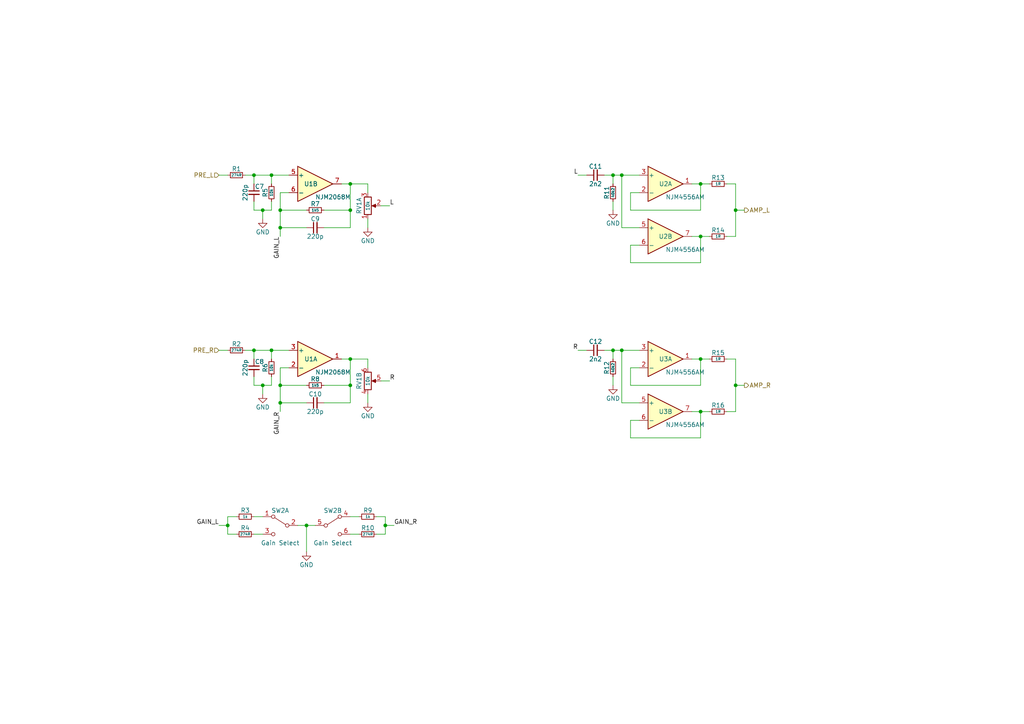
<source format=kicad_sch>
(kicad_sch (version 20211123) (generator eeschema)
  (paper "A4")
  (title_block (title "Headphone Amplifier + 24-bit -120dBm DAC") (rev "R2") (company "Rachel Mant") (comment 1 "Final Amp") (comment 2 "Volume Control") (comment 3 "Gain Control") (comment 4 "Preamp"))
  (lib_symbols
    (symbol "Amplifier_Operational:NJM4556A" (pin_names (offset 0.127))
      (property "Reference" "U" (at 0 5.08 0))
      (property "Value" "NJM4556A" (at 0 -5.08 0))
      (symbol "NJM4556A_1_1"
        (polyline (pts (xy -5.08 5.08) (xy 5.08 0) (xy -5.08 -5.08) (xy -5.08 5.08)) (stroke (width 0.254)) (fill (type background)))
        (pin output line (at 7.62 0 180) (length 2.54) (name "~") (number "1"))
        (pin input line (at -7.62 -2.54 0) (length 2.54) (name "-") (number "2"))
        (pin input line (at -7.62 2.54 0) (length 2.54) (name "+") (number "3"))
      )
      (symbol "NJM4556A_2_1"
        (polyline (pts (xy -5.08 5.08) (xy 5.08 0) (xy -5.08 -5.08) (xy -5.08 5.08)) (stroke (width 0.254)) (fill (type background)))
        (pin input line (at -7.62 2.54 0) (length 2.54) (name "+") (number "5"))
        (pin input line (at -7.62 -2.54 0) (length 2.54) (name "-") (number "6"))
        (pin output line (at 7.62 0 180) (length 2.54) (name "~") (number "7"))
      )
      (symbol "NJM4556A_3_1"
        (pin power_in line (at -2.54 -7.62 90) (length 3.81) (name "V-") (number "4"))
        (pin power_in line (at -2.54 7.62 270) (length 3.81) (name "V+") (number "8"))
      )
    )
    (symbol "DX-MON:NJM2068" (pin_names (offset 0.127))
      (property "Reference" "U" (at 0 5.08 0))
      (property "Value" "NJM2068" (at 0 -5.08 0))
      (symbol "NJM2068_1_1"
        (polyline (pts (xy -5.08 5.08) (xy 5.08 0) (xy -5.08 -5.08) (xy -5.08 5.08)) (stroke (width 0.254)) (fill (type background)))
        (pin output line (at 7.62 0 180) (length 2.54) (name "~") (number "1"))
        (pin input line (at -7.62 -2.54 0) (length 2.54) (name "-") (number "2"))
        (pin input line (at -7.62 2.54 0) (length 2.54) (name "+") (number "3"))
      )
      (symbol "NJM2068_2_1"
        (polyline (pts (xy -5.08 5.08) (xy 5.08 0) (xy -5.08 -5.08) (xy -5.08 5.08)) (stroke (width 0.254)) (fill (type background)))
        (pin input line (at -7.62 2.54 0) (length 2.54) (name "+") (number "5"))
        (pin input line (at -7.62 -2.54 0) (length 2.54) (name "-") (number "6"))
        (pin output line (at 7.62 0 180) (length 2.54) (name "~") (number "7"))
      )
      (symbol "NJM2068_3_1"
        (pin power_in line (at -2.54 -7.62 90) (length 3.81) (name "V-") (number "4"))
        (pin power_in line (at -2.54 7.62 270) (length 3.81) (name "V+") (number "8"))
      )
    )
    (symbol "Device:C_Small" (pin_numbers hide) (pin_names (offset 0.254) hide)
      (property "Reference" "C" (at 0.254 1.778 0))
      (property "Value" "C_Small" (at 0.254 -2.032 0))
      (symbol "C_Small_0_1"
        (polyline (pts (xy -1.524 -0.508) (xy 1.524 -0.508)) (stroke (width 0.3302)))
        (polyline (pts (xy -1.524 0.508) (xy 1.524 0.508)) (stroke (width 0.3048)))
      )
      (symbol "C_Small_1_1"
        (pin passive line (at 0 2.54 270) (length 2.032) (name "~") (number "1"))
        (pin passive line (at 0 -2.54 90) (length 2.032) (name "~") (number "2"))
      )
    )
    (symbol "Device:R_Potentiometer_Dual_Separate" (pin_names (offset 1.016) hide)
      (property "Reference" "RV" (at -4.445 0 90))
      (property "Value" "R_Potentiometer_Dual_Separate" (at -2.54 0 90))
      (symbol "R_Potentiometer_Dual_Separate_0_1"
        (polyline (pts (xy 2.54 0) (xy 1.524 0)))
        (polyline (pts (xy 1.143 0) (xy 2.286 0.508) (xy 2.286 -0.508) (xy 1.143 0)) (fill (type outline)))
        (rectangle (start 1.016 2.54) (end -1.016 -2.54) (stroke (width 0.254)))
      )
      (symbol "R_Potentiometer_Dual_Separate_1_1"
        (pin passive line (at 0 3.81 270) (length 1.27) (name "1") (number "1"))
        (pin passive line (at 3.81 0 180) (length 1.27) (name "2") (number "2"))
        (pin passive line (at 0 -3.81 90) (length 1.27) (name "3") (number "3"))
      )
      (symbol "R_Potentiometer_Dual_Separate_2_1"
        (pin passive line (at 0 3.81 270) (length 1.27) (name "4") (number "4"))
        (pin passive line (at 3.81 0 180) (length 1.27) (name "5") (number "5"))
        (pin passive line (at 0 -3.81 90) (length 1.27) (name "6") (number "6"))
      )
    )
    (symbol "Device:R_Small" (pin_numbers hide) (pin_names (offset 0.254) hide)
      (property "Reference" "R" (at 0.762 0.508 0))
      (property "Value" "R_Small" (at 0.762 -1.016 0))
      (symbol "R_Small_0_1"
        (rectangle (start -0.762 1.778) (end 0.762 -1.778) (stroke (width 0.2032)))
      )
      (symbol "R_Small_1_1"
        (pin passive line (at 0 2.54 270) (length 0.762) (name "~") (number "1"))
        (pin passive line (at 0 -2.54 90) (length 0.762) (name "~") (number "2"))
      )
    )
    (symbol "Switch:SW_DPDT_x2" (pin_names (offset 0) hide)
      (property "Reference" "SW" (at 0 4.318 0))
      (property "Value" "SW_DPDT_x2" (at 0 -5.08 0))
      (symbol "SW_DPDT_x2_0_0"
        (circle (center -2.032 0) (radius 0.508))
        (circle (center 2.032 -2.54) (radius 0.508))
      )
      (symbol "SW_DPDT_x2_0_1"
        (polyline (pts (xy -1.524 0.254) (xy 1.651 2.286)))
        (circle (center 2.032 2.54) (radius 0.508))
      )
      (symbol "SW_DPDT_x2_1_1"
        (pin passive line (at 5.08 2.54 180) (length 2.54) (name "A") (number "1"))
        (pin passive line (at -5.08 0 0) (length 2.54) (name "B") (number "2"))
        (pin passive line (at 5.08 -2.54 180) (length 2.54) (name "C") (number "3"))
      )
      (symbol "SW_DPDT_x2_2_1"
        (pin passive line (at 5.08 2.54 180) (length 2.54) (name "A") (number "4"))
        (pin passive line (at -5.08 0 0) (length 2.54) (name "B") (number "5"))
        (pin passive line (at 5.08 -2.54 180) (length 2.54) (name "C") (number "6"))
      )
    )
    (symbol "power:GND" (power) (pin_names (offset 0))
      (property "Value" "GND" (at 0 -3.81 0))
      (symbol "GND_0_1"
        (polyline (pts (xy 0 0) (xy 0 -1.27) (xy 1.27 -1.27) (xy 0 -2.54) (xy -1.27 -1.27) (xy 0 -1.27)))
      )
      (symbol "GND_1_1"
        (pin power_in line (at 0 0 270) (length 0) hide (name "GND") (number "1"))
      )
    )
  )
  (junction (at 180.34 101.6))
  (junction (at 203.2 53.34))
  (junction (at 101.6 111.76))
  (junction (at 66.04 152.4))
  (junction (at 111.76 152.4))
  (junction (at 203.2 68.58))
  (junction (at 101.6 104.14))
  (junction (at 81.28 66.04))
  (junction (at 177.8 50.8))
  (junction (at 180.34 50.8))
  (junction (at 81.28 116.84))
  (junction (at 73.66 101.6))
  (junction (at 203.2 119.38))
  (junction (at 101.6 53.34))
  (junction (at 101.6 60.96))
  (junction (at 213.36 111.76))
  (junction (at 78.74 101.6))
  (junction (at 73.66 50.8))
  (junction (at 78.74 50.8))
  (junction (at 81.28 60.96))
  (junction (at 213.36 60.96))
  (junction (at 76.2 111.76))
  (junction (at 88.9 152.4))
  (junction (at 76.2 60.96))
  (junction (at 81.28 111.76))
  (junction (at 177.8 101.6))
  (junction (at 203.2 104.14))
  (wire (pts (xy 203.2 119.38) (xy 203.2 127)))
  (wire (pts (xy 106.68 53.34) (xy 101.6 53.34)))
  (wire (pts (xy 182.88 127) (xy 182.88 121.92)))
  (wire (pts (xy 83.82 50.8) (xy 78.74 50.8)))
  (wire (pts (xy 182.88 71.12) (xy 182.88 76.2)))
  (wire (pts (xy 182.88 121.92) (xy 185.42 121.92)))
  (wire (pts (xy 101.6 66.04) (xy 101.6 60.96)))
  (wire (pts (xy 78.74 101.6) (xy 83.82 101.6)))
  (wire (pts (xy 205.74 104.14) (xy 203.2 104.14)))
  (wire (pts (xy 101.6 60.96) (xy 93.98 60.96)))
  (wire (pts (xy 167.64 50.8) (xy 170.18 50.8)))
  (wire (pts (xy 182.88 111.76) (xy 203.2 111.76)))
  (wire (pts (xy 111.76 149.86) (xy 111.76 152.4)))
  (wire (pts (xy 177.8 109.22) (xy 177.8 111.76)))
  (wire (pts (xy 167.64 101.6) (xy 170.18 101.6)))
  (wire (pts (xy 185.42 71.12) (xy 182.88 71.12)))
  (wire (pts (xy 78.74 60.96) (xy 76.2 60.96)))
  (wire (pts (xy 88.9 152.4) (xy 91.44 152.4)))
  (wire (pts (xy 175.26 101.6) (xy 177.8 101.6)))
  (wire (pts (xy 73.66 104.14) (xy 73.66 101.6)))
  (wire (pts (xy 76.2 60.96) (xy 76.2 63.5)))
  (wire (pts (xy 177.8 58.42) (xy 177.8 60.96)))
  (wire (pts (xy 88.9 111.76) (xy 81.28 111.76)))
  (wire (pts (xy 73.66 58.42) (xy 73.66 60.96)))
  (wire (pts (xy 215.9 111.76) (xy 213.36 111.76)))
  (wire (pts (xy 106.68 116.84) (xy 106.68 114.3)))
  (wire (pts (xy 213.36 53.34) (xy 213.36 60.96)))
  (wire (pts (xy 73.66 60.96) (xy 76.2 60.96)))
  (wire (pts (xy 203.2 53.34) (xy 200.66 53.34)))
  (wire (pts (xy 68.58 154.94) (xy 66.04 154.94)))
  (wire (pts (xy 200.66 119.38) (xy 203.2 119.38)))
  (wire (pts (xy 104.14 149.86) (xy 101.6 149.86)))
  (wire (pts (xy 210.82 53.34) (xy 213.36 53.34)))
  (wire (pts (xy 185.42 55.88) (xy 182.88 55.88)))
  (wire (pts (xy 203.2 127) (xy 182.88 127)))
  (wire (pts (xy 177.8 53.34) (xy 177.8 50.8)))
  (wire (pts (xy 81.28 60.96) (xy 88.9 60.96)))
  (wire (pts (xy 177.8 101.6) (xy 180.34 101.6)))
  (wire (pts (xy 213.36 111.76) (xy 213.36 104.14)))
  (wire (pts (xy 203.2 68.58) (xy 200.66 68.58)))
  (wire (pts (xy 66.04 50.8) (xy 63.5 50.8)))
  (wire (pts (xy 106.68 66.04) (xy 106.68 63.5)))
  (wire (pts (xy 111.76 154.94) (xy 111.76 152.4)))
  (wire (pts (xy 213.36 104.14) (xy 210.82 104.14)))
  (wire (pts (xy 66.04 154.94) (xy 66.04 152.4)))
  (wire (pts (xy 213.36 60.96) (xy 215.9 60.96)))
  (wire (pts (xy 73.66 53.34) (xy 73.66 50.8)))
  (wire (pts (xy 182.88 76.2) (xy 203.2 76.2)))
  (wire (pts (xy 78.74 111.76) (xy 78.74 109.22)))
  (wire (pts (xy 109.22 154.94) (xy 111.76 154.94)))
  (wire (pts (xy 203.2 104.14) (xy 200.66 104.14)))
  (wire (pts (xy 78.74 104.14) (xy 78.74 101.6)))
  (wire (pts (xy 180.34 66.04) (xy 185.42 66.04)))
  (wire (pts (xy 101.6 116.84) (xy 101.6 111.76)))
  (wire (pts (xy 101.6 104.14) (xy 106.68 104.14)))
  (wire (pts (xy 93.98 66.04) (xy 101.6 66.04)))
  (wire (pts (xy 180.34 116.84) (xy 185.42 116.84)))
  (wire (pts (xy 203.2 111.76) (xy 203.2 104.14)))
  (wire (pts (xy 73.66 111.76) (xy 76.2 111.76)))
  (wire (pts (xy 88.9 160.02) (xy 88.9 152.4)))
  (wire (pts (xy 76.2 154.94) (xy 73.66 154.94)))
  (wire (pts (xy 81.28 116.84) (xy 81.28 119.38)))
  (wire (pts (xy 76.2 111.76) (xy 78.74 111.76)))
  (wire (pts (xy 106.68 104.14) (xy 106.68 106.68)))
  (wire (pts (xy 205.74 119.38) (xy 203.2 119.38)))
  (wire (pts (xy 182.88 106.68) (xy 182.88 111.76)))
  (wire (pts (xy 213.36 68.58) (xy 213.36 60.96)))
  (wire (pts (xy 86.36 152.4) (xy 88.9 152.4)))
  (wire (pts (xy 71.12 101.6) (xy 73.66 101.6)))
  (wire (pts (xy 106.68 55.88) (xy 106.68 53.34)))
  (wire (pts (xy 81.28 106.68) (xy 81.28 111.76)))
  (wire (pts (xy 99.06 53.34) (xy 101.6 53.34)))
  (wire (pts (xy 71.12 50.8) (xy 73.66 50.8)))
  (wire (pts (xy 213.36 119.38) (xy 213.36 111.76)))
  (wire (pts (xy 180.34 101.6) (xy 180.34 116.84)))
  (wire (pts (xy 78.74 58.42) (xy 78.74 60.96)))
  (wire (pts (xy 68.58 149.86) (xy 66.04 149.86)))
  (wire (pts (xy 110.49 110.49) (xy 113.03 110.49)))
  (wire (pts (xy 66.04 149.86) (xy 66.04 152.4)))
  (wire (pts (xy 113.03 59.69) (xy 110.49 59.69)))
  (wire (pts (xy 73.66 149.86) (xy 76.2 149.86)))
  (wire (pts (xy 101.6 154.94) (xy 104.14 154.94)))
  (wire (pts (xy 185.42 101.6) (xy 180.34 101.6)))
  (wire (pts (xy 83.82 55.88) (xy 81.28 55.88)))
  (wire (pts (xy 101.6 111.76) (xy 101.6 104.14)))
  (wire (pts (xy 81.28 66.04) (xy 88.9 66.04)))
  (wire (pts (xy 93.98 111.76) (xy 101.6 111.76)))
  (wire (pts (xy 78.74 50.8) (xy 78.74 53.34)))
  (wire (pts (xy 73.66 50.8) (xy 78.74 50.8)))
  (wire (pts (xy 210.82 119.38) (xy 213.36 119.38)))
  (wire (pts (xy 81.28 111.76) (xy 81.28 116.84)))
  (wire (pts (xy 205.74 53.34) (xy 203.2 53.34)))
  (wire (pts (xy 185.42 106.68) (xy 182.88 106.68)))
  (wire (pts (xy 66.04 152.4) (xy 63.5 152.4)))
  (wire (pts (xy 203.2 76.2) (xy 203.2 68.58)))
  (wire (pts (xy 111.76 152.4) (xy 114.3 152.4)))
  (wire (pts (xy 73.66 101.6) (xy 78.74 101.6)))
  (wire (pts (xy 66.04 101.6) (xy 63.5 101.6)))
  (wire (pts (xy 81.28 66.04) (xy 81.28 60.96)))
  (wire (pts (xy 177.8 50.8) (xy 180.34 50.8)))
  (wire (pts (xy 203.2 60.96) (xy 203.2 53.34)))
  (wire (pts (xy 81.28 66.04) (xy 81.28 68.58)))
  (wire (pts (xy 205.74 68.58) (xy 203.2 68.58)))
  (wire (pts (xy 182.88 55.88) (xy 182.88 60.96)))
  (wire (pts (xy 93.98 116.84) (xy 101.6 116.84)))
  (wire (pts (xy 76.2 114.3) (xy 76.2 111.76)))
  (wire (pts (xy 185.42 50.8) (xy 180.34 50.8)))
  (wire (pts (xy 210.82 68.58) (xy 213.36 68.58)))
  (wire (pts (xy 109.22 149.86) (xy 111.76 149.86)))
  (wire (pts (xy 81.28 55.88) (xy 81.28 60.96)))
  (wire (pts (xy 83.82 106.68) (xy 81.28 106.68)))
  (wire (pts (xy 99.06 104.14) (xy 101.6 104.14)))
  (wire (pts (xy 182.88 60.96) (xy 203.2 60.96)))
  (wire (pts (xy 73.66 109.22) (xy 73.66 111.76)))
  (wire (pts (xy 180.34 50.8) (xy 180.34 66.04)))
  (wire (pts (xy 175.26 50.8) (xy 177.8 50.8)))
  (wire (pts (xy 88.9 116.84) (xy 81.28 116.84)))
  (wire (pts (xy 177.8 104.14) (xy 177.8 101.6)))
  (wire (pts (xy 101.6 53.34) (xy 101.6 60.96)))
  (label "R" (at 113.03 110.49 0))
  (label "GAIN_L" (at 81.28 68.58 270))
  (label "L" (at 167.64 50.8 180))
  (label "GAIN_L" (at 63.5 152.4 180))
  (label "GAIN_R" (at 114.3 152.4 0))
  (label "GAIN_R" (at 81.28 119.38 270))
  (label "L" (at 113.03 59.69 0))
  (label "R" (at 167.64 101.6 180))
  (hierarchical_label "AMP_R" (shape output) (at 215.9 111.76 0))
  (hierarchical_label "PRE_R" (shape input) (at 63.5 101.6 180))
  (hierarchical_label "PRE_L" (shape input) (at 63.5 50.8 180))
  (hierarchical_label "AMP_L" (shape output) (at 215.9 60.96 0))
  (symbol (lib_id "Device:R_Small") (at 208.28 119.38 90) (unit 1)
    (property "Reference" "R16" (at 208.28 116.84 90) (effects (justify bottom)))
    (property "Value" "1R" (at 208.28 119.38 90) (effects (font (size 0.762 0.762))))
    (property "Footprint" "rhais_rcl:R1206" (effects hide))
    (property "Datasheet" "https://www.vishay.com/docs/28705/mcx0x0xpro.pdf" (effects hide))
    (property "MFR" "Vishay Beyschlag" (effects hide))
    (property "MPN" "MCA12060C1008FP500" (effects hide))
    (property "OC_DIGIKEY" "MCA1206-1.00-CFTRCT-ND" (effects hide))
    (property "OC_MOUSER" "594-MCA12060C1008FP5" (effects hide))
    (property "URL_DIGIKEY" "https://www.digikey.com/en/products/detail/vishay-beyschlag-draloric-bc-components/MCA12060C1008FP500/3883074" (effects hide))
    (property "URL_MOUSER" "https://www.mouser.com/ProductDetail/?qs=yrXGr4ju8cWrf2XoMCIAfQ%3D%3D" (effects hide))
  )
  (symbol (lib_id "power:GND") (at 76.2 114.3 0) (unit 1)
    (property "Reference" "#PWR024" (effects hide))
    (property "Value" "GND" (at 76.2 118.11 0))
  )
  (symbol (lib_id "Device:C_Small") (at 172.72 50.8 90) (unit 1)
    (property "Reference" "C11" (at 172.72 48.26 90))
    (property "Value" "2n2" (at 172.72 53.34 90))
    (property "Footprint" "rhais_rcl:C0603" (effects hide))
    (property "Datasheet" "https://industrial.panasonic.com/cdbs/www-data/pdf/RDI0000/ABD0000C173.pdf" (effects hide))
    (property "MFR" "Panasonic" (effects hide))
    (property "MPN" "ECH-U1C222GX5" (effects hide))
    (property "OC_DIGIKEY" "PCF1457CT-ND" (effects hide))
    (property "URL_DIGIKEY" "https://www.digikey.com/en/products/detail/panasonic-electronic-components/ECH-U1C222GX5/431635" (effects hide))
  )
  (symbol (lib_id "Device:R_Small") (at 106.68 154.94 90) (unit 1)
    (property "Reference" "R10" (at 106.68 152.4 90) (effects (justify bottom)))
    (property "Value" "274R" (at 106.68 154.94 90) (effects (font (size 0.762 0.762))))
    (property "Footprint" "rhais_rcl:R0603" (effects hide))
    (property "Datasheet" "https://www.koaspeer.com/pdfs/RN73H.pdf" (effects hide))
    (property "MFR" "KOA Speer" (effects hide))
    (property "MPN" "RN731JTTD2740B25" (effects hide))
    (property "URL_MOUSER" "https://www.mouser.com/ProductDetail/?qs=sGAEpiMZZMtlubZbdhIBINmdRLWvB3d0Dbkx3XwYuGw%3D" (effects hide))
    (property "OC_MOUSER" "660-RN731JTTD2740B25" (effects hide))
  )
  (symbol (lib_id "Amplifier_Operational:NJM4556A") (at 193.04 68.58 0) (unit 2)
    (property "Reference" "U2" (at 193.04 68.58 0))
    (property "Value" "NJM4556AM" (at 193.04 72.39 0) (effects (justify left)))
    (property "Footprint" "rhais_package-smd:SO-8_5.3x5.3mm_P1.27mm" (effects hide))
    (property "Datasheet" "http://www.njr.com/semicon/PDF/NJM4556A_E.pdf" (effects hide))
    (property "MFR" "New Japan Radio Co" (effects hide))
    (property "MPN" "NJM4556AM" (effects hide))
    (property "OC_DIGIKEY" "NJM4556AM-ND" (effects hide))
    (property "URL_DIGIKEY" "https://www.digikey.com/en/products/detail/NJM4556AM/NJM4556AM-ND/805743" (effects hide))
  )
  (symbol (lib_id "Device:R_Small") (at 71.12 154.94 90) (unit 1)
    (property "Reference" "R4" (at 71.12 152.4 90) (effects (justify bottom)))
    (property "Value" "274R" (at 71.12 154.94 90) (effects (font (size 0.762 0.762))))
    (property "Footprint" "rhais_rcl:R0603" (effects hide))
    (property "Datasheet" "https://www.koaspeer.com/pdfs/RN73H.pdf" (effects hide))
    (property "MFR" "KOA Speer" (effects hide))
    (property "MPN" "RN731JTTD2740B25" (effects hide))
    (property "URL_MOUSER" "https://www.mouser.com/ProductDetail/?qs=sGAEpiMZZMtlubZbdhIBINmdRLWvB3d0Dbkx3XwYuGw%3D" (effects hide))
    (property "OC_MOUSER" "660-RN731JTTD2740B25" (effects hide))
  )
  (symbol (lib_id "Device:R_Small") (at 68.58 101.6 90) (unit 1)
    (property "Reference" "R2" (at 68.58 99.06 90) (effects (justify bottom)))
    (property "Value" "274R" (at 68.58 101.6 90) (effects (font (size 0.762 0.762))))
    (property "Footprint" "rhais_rcl:R0603" (effects hide))
    (property "Datasheet" "https://www.koaspeer.com/pdfs/RN73H.pdf" (effects hide))
    (property "MFR" "KOA Speer" (effects hide))
    (property "MPN" "RN731JTTD2740B25" (effects hide))
    (property "URL_MOUSER" "https://www.mouser.com/ProductDetail/?qs=sGAEpiMZZMtlubZbdhIBINmdRLWvB3d0Dbkx3XwYuGw%3D" (effects hide))
    (property "OC_MOUSER" "660-RN731JTTD2740B25" (effects hide))
  )
  (symbol (lib_id "Device:R_Small") (at 208.28 68.58 90) (unit 1)
    (property "Reference" "R14" (at 208.28 66.04 90) (effects (justify bottom)))
    (property "Value" "1R" (at 208.28 68.58 90) (effects (font (size 0.762 0.762))))
    (property "Footprint" "rhais_rcl:R1206" (effects hide))
    (property "Datasheet" "https://www.vishay.com/docs/28705/mcx0x0xpro.pdf" (effects hide))
    (property "MFR" "Vishay Beyschlag" (effects hide))
    (property "MPN" "MCA12060C1008FP500" (effects hide))
    (property "OC_DIGIKEY" "MCA1206-1.00-CFTRCT-ND" (effects hide))
    (property "OC_MOUSER" "594-MCA12060C1008FP5" (effects hide))
    (property "URL_DIGIKEY" "https://www.digikey.com/en/products/detail/vishay-beyschlag-draloric-bc-components/MCA12060C1008FP500/3883074" (effects hide))
    (property "URL_MOUSER" "https://www.mouser.com/ProductDetail/?qs=yrXGr4ju8cWrf2XoMCIAfQ%3D%3D" (effects hide))
  )
  (symbol (lib_id "Switch:SW_DPDT_x2") (at 81.28 152.4 0) (mirror y) (unit 1)
    (property "Reference" "SW2" (at 81.28 148.082 0))
    (property "Value" "Gain Select" (at 81.28 157.48 0))
    (property "Footprint" "rhais_switch:PN2x-30EQ" (effects hide))
    (property "Datasheet" "https://www.ckswitches.com/media/1413/pn.pdf" (effects hide))
    (property "MFR" "C&K" (effects hide))
    (property "MPN" "PN22LENA03QE" (effects hide))
    (property "OC_FARNELL" "2435343" (effects hide))
    (property "URL_FARNELL" "https://uk.farnell.com/c-k-components/pn22lena03qe/switch-push-dpdt/dp/2435343" (effects hide))
    (property "OC_DIGIKEY" "CKN1193-ND" (effects hide))
    (property "URL_DIGIKEY" "https://www.digikey.com/en/products/detail/c-k/PN22LENA03QE/262660" (effects hide))
  )
  (symbol (lib_id "Device:R_Potentiometer_Dual_Separate") (at 106.68 59.69 0) (mirror x) (unit 1)
    (property "Reference" "RV1" (at 104.14 59.69 90))
    (property "Value" "10k" (at 106.68 59.69 90) (effects (font (size 1.016 1.016))))
    (property "Footprint" "rhais_bourns:PTD902" (effects hide))
    (property "Datasheet" "https://www.bourns.com/docs/product-datasheets/ptd90.pdf" (effects hide))
    (property "MFR" "Bourns" (effects hide))
    (property "MPN" "PTD902-2015F-A103" (effects hide))
    (property "OC_FARNELL" "2396034" (effects hide))
    (property "URL_FARNELL" "https://uk.farnell.com/bourns/ptd902-2015f-a103/pot-audio-10kohm-20-0-025w/dp/2396034" (effects hide))
    (property "OC_DIGIKEY" "PTD902-2015F-A103-ND" (effects hide))
    (property "URL_DIGIKEY" "https://www.digikey.com/en/products/detail/bourns-inc/PTD902-2015F-A103/3781023" (effects hide))
  )
  (symbol (lib_id "power:GND") (at 88.9 160.02 0) (unit 1)
    (property "Reference" "#PWR025" (effects hide))
    (property "Value" "GND" (at 88.9 163.83 0))
  )
  (symbol (lib_id "Device:R_Small") (at 78.74 55.88 180) (unit 1)
    (property "Reference" "R5" (at 76.2 55.88 90) (effects (justify bottom)))
    (property "Value" "10k" (at 78.74 55.88 90) (effects (font (size 0.762 0.762))))
    (property "Footprint" "rhais_rcl:R0603" (effects hide))
    (property "Datasheet" "https://www.koaspeer.com/pdfs/RN73H.pdf" (effects hide))
    (property "MFR" "KOA Speer" (effects hide))
    (property "MPN" "RN73H1JTTD1002B25" (effects hide))
    (property "OC_DIGIKEY" "2019-RN73H1JTTD1002B25CT-ND" (effects hide))
    (property "URL_DIGIKEY" "https://www.digikey.com/en/products/detail/koa-speer-electronics-inc/RN73H1JTTD1002B25/10687504" (effects hide))
  )
  (symbol (lib_id "power:GND") (at 76.2 63.5 0) (unit 1)
    (property "Reference" "#PWR023" (effects hide))
    (property "Value" "GND" (at 76.2 67.31 0))
  )
  (symbol (lib_id "Device:R_Small") (at 78.74 106.68 180) (unit 1)
    (property "Reference" "R6" (at 76.2 106.68 90) (effects (justify bottom)))
    (property "Value" "10k" (at 78.74 106.68 90) (effects (font (size 0.762 0.762))))
    (property "Footprint" "rhais_rcl:R0603" (effects hide))
    (property "Datasheet" "https://www.koaspeer.com/pdfs/RN73H.pdf" (effects hide))
    (property "MFR" "KOA Speer" (effects hide))
    (property "MPN" "RN73H1JTTD1002B25" (effects hide))
    (property "OC_DIGIKEY" "2019-RN73H1JTTD1002B25CT-ND" (effects hide))
    (property "URL_DIGIKEY" "https://www.digikey.com/en/products/detail/koa-speer-electronics-inc/RN73H1JTTD1002B25/10687504" (effects hide))
  )
  (symbol (lib_id "Amplifier_Operational:NJM4556A") (at 193.04 104.14 0) (unit 1)
    (property "Reference" "U3" (at 193.04 104.14 0))
    (property "Value" "NJM4556AM" (at 193.04 107.95 0) (effects (justify left)))
    (property "Footprint" "rhais_package-smd:SO-8_5.3x5.3mm_P1.27mm" (effects hide))
    (property "Datasheet" "http://www.njr.com/semicon/PDF/NJM4556A_E.pdf" (effects hide))
    (property "MFR" "New Japan Radio Co" (effects hide))
    (property "MPN" "NJM4556AM" (effects hide))
    (property "OC_DIGIKEY" "NJM4556AM-ND" (effects hide))
    (property "URL_DIGIKEY" "https://www.digikey.com/en/products/detail/NJM4556AM/NJM4556AM-ND/805743" (effects hide))
  )
  (symbol (lib_id "Device:R_Potentiometer_Dual_Separate") (at 106.68 110.49 0) (mirror x) (unit 2)
    (property "Reference" "RV1" (at 104.14 110.49 90))
    (property "Value" "10k" (at 106.68 110.49 90) (effects (font (size 1.016 1.016))))
    (property "Footprint" "rhais_bourns:PTD902" (effects hide))
    (property "Datasheet" "https://www.bourns.com/docs/product-datasheets/ptd90.pdf" (effects hide))
    (property "MFR" "Bourns" (effects hide))
    (property "MPN" "PTD902-2015F-A103" (effects hide))
    (property "OC_FARNELL" "2396034" (effects hide))
    (property "URL_FARNELL" "https://uk.farnell.com/bourns/ptd902-2015f-a103/pot-audio-10kohm-20-0-025w/dp/2396034" (effects hide))
    (property "OC_DIGIKEY" "PTD902-2015F-A103-ND" (effects hide))
    (property "URL_DIGIKEY" "https://www.digikey.com/en/products/detail/bourns-inc/PTD902-2015F-A103/3781023" (effects hide))
  )
  (symbol (lib_id "Device:R_Small") (at 177.8 106.68 180) (unit 1)
    (property "Reference" "R12" (at 175.26 106.68 90) (effects (justify bottom)))
    (property "Value" "40k2" (at 177.8 106.68 90) (effects (font (size 0.762 0.762))))
    (property "Footprint" "rhais_rcl:R0603" (effects hide))
    (property "Datasheet" "https://www.koaspeer.com/pdfs/RN73H.pdf" (effects hide))
    (property "MFR" "KOA Speer" (effects hide))
    (property "MPN" "RN73H1ETTP4022F25" (effects hide))
    (property "OC_DIGIKEY" "2019-RN73H1ETTP4022F25CT-ND" (effects hide))
    (property "URL_DIGIKEY" "https://www.digikey.com/en/products/detail/koa-speer-electronics-inc/RN73H1ETTP4022F25/9913846" (effects hide))
  )
  (symbol (lib_id "power:GND") (at 106.68 66.04 0) (unit 1)
    (property "Reference" "#PWR026" (effects hide))
    (property "Value" "GND" (at 106.68 69.85 0))
  )
  (symbol (lib_id "Device:C_Small") (at 73.66 55.88 0) (unit 1)
    (property "Reference" "C7" (at 73.914 54.102 0) (effects (justify left)))
    (property "Value" "220p" (at 71.12 55.88 90))
    (property "Footprint" "rhais_rcl:C0603" (effects hide))
    (property "Datasheet" "https://industrial.panasonic.com/cdbs/www-data/pdf/RDI0000/ABD0000C173.pdf" (effects hide))
    (property "MFR" "Panasonic" (effects hide))
    (property "MPN" "ECH-U1C221GX5" (effects hide))
    (property "OC_DIGIKEY" "PCF1445CT-ND" (effects hide))
    (property "URL_DIGIKEY" "https://www.digikey.com/en/products/detail/panasonic-electronic-components/ECH-U1C221GX5/431611" (effects hide))
  )
  (symbol (lib_id "power:GND") (at 106.68 116.84 0) (unit 1)
    (property "Reference" "#PWR027" (effects hide))
    (property "Value" "GND" (at 106.68 120.65 0))
  )
  (symbol (lib_id "Device:C_Small") (at 73.66 106.68 0) (unit 1)
    (property "Reference" "C8" (at 73.914 104.902 0) (effects (justify left)))
    (property "Value" "220p" (at 71.12 106.68 90))
    (property "Footprint" "rhais_rcl:C0603" (effects hide))
    (property "Datasheet" "https://industrial.panasonic.com/cdbs/www-data/pdf/RDI0000/ABD0000C173.pdf" (effects hide))
    (property "MFR" "Panasonic" (effects hide))
    (property "MPN" "ECH-U1C221GX5" (effects hide))
    (property "OC_DIGIKEY" "PCF1445CT-ND" (effects hide))
    (property "URL_DIGIKEY" "https://www.digikey.com/en/products/detail/panasonic-electronic-components/ECH-U1C221GX5/431611" (effects hide))
  )
  (symbol (lib_id "power:GND") (at 177.8 60.96 0) (unit 1)
    (property "Reference" "#PWR028" (effects hide))
    (property "Value" "GND" (at 177.8 64.77 0))
  )
  (symbol (lib_id "Device:C_Small") (at 172.72 101.6 90) (unit 1)
    (property "Reference" "C12" (at 172.72 99.06 90))
    (property "Value" "2n2" (at 172.72 104.14 90))
    (property "Footprint" "rhais_rcl:C0603" (effects hide))
    (property "Datasheet" "https://industrial.panasonic.com/cdbs/www-data/pdf/RDI0000/ABD0000C173.pdf" (effects hide))
    (property "MFR" "Panasonic" (effects hide))
    (property "MPN" "ECH-U1C222GX5" (effects hide))
    (property "OC_DIGIKEY" "PCF1457CT-ND" (effects hide))
    (property "URL_DIGIKEY" "https://www.digikey.com/en/products/detail/panasonic-electronic-components/ECH-U1C222GX5/431635" (effects hide))
  )
  (symbol (lib_id "DX-MON:NJM2068") (at 91.44 53.34 0) (unit 2)
    (property "Reference" "U1" (at 90.17 53.34 0))
    (property "Value" "NJM2068M" (at 91.44 57.15 0) (effects (justify left)))
    (property "Footprint" "rhais_package-smd:SO-8_5.3x5.3mm_P1.27mm" (effects hide))
    (property "Datasheet" "https://www.njr.com/electronic_device/PDF/NJM2068_E.pdf" (effects hide))
    (property "MFR" "New Japan Radio Co" (effects hide))
    (property "MPN" "NJM2068M" (effects hide))
    (property "OC_DIGIKEY" "NJM2068M-ND" (effects hide))
    (property "URL_DIGIKEY" "https://www.digikey.com/en/products/detail/NJM2068M/NJM2068M-ND/805545" (effects hide))
  )
  (symbol (lib_id "Device:C_Small") (at 91.44 116.84 90) (unit 1)
    (property "Reference" "C10" (at 91.44 114.3 90))
    (property "Value" "220p" (at 91.44 119.38 90))
    (property "Footprint" "rhais_rcl:C0603" (effects hide))
    (property "Datasheet" "https://industrial.panasonic.com/cdbs/www-data/pdf/RDI0000/ABD0000C173.pdf" (effects hide))
    (property "MFR" "Panasonic" (effects hide))
    (property "MPN" "ECH-U1C221GX5" (effects hide))
    (property "OC_DIGIKEY" "PCF1445CT-ND" (effects hide))
    (property "URL_DIGIKEY" "https://www.digikey.com/en/products/detail/panasonic-electronic-components/ECH-U1C221GX5/431611" (effects hide))
  )
  (symbol (lib_id "Device:R_Small") (at 91.44 60.96 90) (unit 1)
    (property "Reference" "R7" (at 91.44 58.42 90) (effects (justify bottom)))
    (property "Value" "1k5" (at 91.44 60.96 90) (effects (font (size 0.762 0.762))))
    (property "Footprint" "rhais_rcl:R0603" (effects hide))
    (property "Datasheet" "https://www.koaspeer.com/pdfs/RN73H.pdf" (effects hide))
    (property "MFR" "KOA Speer" (effects hide))
    (property "MPN" "RN73H1JTTD1501B25" (effects hide))
    (property "OC_DIGIKEY" "2019-RN73H1JTTD1501B25CT-ND" (effects hide))
    (property "URL_DIGIKEY" "https://www.digikey.com/en/products/detail/koa-speer-electronics-inc/RN73H1JTTD1501B25/10680659" (effects hide))
  )
  (symbol (lib_id "Device:R_Small") (at 71.12 149.86 90) (unit 1)
    (property "Reference" "R3" (at 71.12 147.32 90) (effects (justify bottom)))
    (property "Value" "1k" (at 71.12 149.86 90) (effects (font (size 0.762 0.762))))
    (property "Footprint" "rhais_rcl:R0603" (effects hide))
    (property "Datasheet" "https://www.koaspeer.com/pdfs/RN73H.pdf" (effects hide))
    (property "MFR" "KOA Speer" (effects hide))
    (property "MPN" "RN73H1JTTD1001D25" (effects hide))
    (property "OC_DIGIKEY" "2019-RN73H1JTTD1001D25CT-ND" (effects hide))
    (property "URL_DIGIKEY" "https://www.digikey.com/en/products/detail/koa-speer-electronics-inc/RN73H1JTTD1001D25/10684065" (effects hide))
  )
  (symbol (lib_id "Device:R_Small") (at 91.44 111.76 90) (unit 1)
    (property "Reference" "R8" (at 91.44 109.22 90) (effects (justify bottom)))
    (property "Value" "1k5" (at 91.44 111.76 90) (effects (font (size 0.762 0.762))))
    (property "Footprint" "rhais_rcl:R0603" (effects hide))
    (property "Datasheet" "https://www.koaspeer.com/pdfs/RN73H.pdf" (effects hide))
    (property "MFR" "KOA Speer" (effects hide))
    (property "MPN" "RN73H1JTTD1501B25" (effects hide))
    (property "OC_DIGIKEY" "2019-RN73H1JTTD1501B25CT-ND" (effects hide))
    (property "URL_DIGIKEY" "https://www.digikey.com/en/products/detail/koa-speer-electronics-inc/RN73H1JTTD1501B25/10680659" (effects hide))
  )
  (symbol (lib_id "Switch:SW_DPDT_x2") (at 96.52 152.4 0) (unit 2)
    (property "Reference" "SW2" (at 96.52 148.082 0))
    (property "Value" "Gain Select" (at 96.52 157.48 0))
    (property "Footprint" "rhais_switch:PN2x-30EQ" (effects hide))
    (property "Datasheet" "https://www.ckswitches.com/media/1413/pn.pdf" (effects hide))
    (property "MFR" "C&K" (effects hide))
    (property "MPN" "PN22LENA03QE" (effects hide))
    (property "OC_FARNELL" "2435343" (effects hide))
    (property "URL_FARNELL" "https://uk.farnell.com/c-k-components/pn22lena03qe/switch-push-dpdt/dp/2435343" (effects hide))
    (property "OC_DIGIKEY" "CKN1193-ND" (effects hide))
    (property "URL_DIGIKEY" "https://www.digikey.com/en/products/detail/c-k/PN22LENA03QE/262660" (effects hide))
  )
  (symbol (lib_id "Device:R_Small") (at 208.28 104.14 90) (unit 1)
    (property "Reference" "R15" (at 208.28 101.6 90) (effects (justify bottom)))
    (property "Value" "1R" (at 208.28 104.14 90) (effects (font (size 0.762 0.762))))
    (property "Footprint" "rhais_rcl:R1206" (effects hide))
    (property "Datasheet" "https://www.vishay.com/docs/28705/mcx0x0xpro.pdf" (effects hide))
    (property "MFR" "Vishay Beyschlag" (effects hide))
    (property "MPN" "MCA12060C1008FP500" (effects hide))
    (property "OC_DIGIKEY" "MCA1206-1.00-CFTRCT-ND" (effects hide))
    (property "OC_MOUSER" "594-MCA12060C1008FP5" (effects hide))
    (property "URL_DIGIKEY" "https://www.digikey.com/en/products/detail/vishay-beyschlag-draloric-bc-components/MCA12060C1008FP500/3883074" (effects hide))
    (property "URL_MOUSER" "https://www.mouser.com/ProductDetail/?qs=yrXGr4ju8cWrf2XoMCIAfQ%3D%3D" (effects hide))
  )
  (symbol (lib_id "Amplifier_Operational:NJM4556A") (at 193.04 53.34 0) (unit 1)
    (property "Reference" "U2" (at 193.04 53.34 0))
    (property "Value" "NJM4556AM" (at 193.04 57.15 0) (effects (justify left)))
    (property "Footprint" "rhais_package-smd:SO-8_5.3x5.3mm_P1.27mm" (effects hide))
    (property "Datasheet" "http://www.njr.com/semicon/PDF/NJM4556A_E.pdf" (effects hide))
    (property "MFR" "New Japan Radio Co" (effects hide))
    (property "MPN" "NJM4556AM" (effects hide))
    (property "OC_DIGIKEY" "NJM4556AM-ND" (effects hide))
    (property "URL_DIGIKEY" "https://www.digikey.com/en/products/detail/NJM4556AM/NJM4556AM-ND/805743" (effects hide))
  )
  (symbol (lib_id "Device:R_Small") (at 106.68 149.86 90) (unit 1)
    (property "Reference" "R9" (at 106.68 147.32 90) (effects (justify bottom)))
    (property "Value" "1k" (at 106.68 149.86 90) (effects (font (size 0.762 0.762))))
    (property "Footprint" "rhais_rcl:R0603" (effects hide))
    (property "Datasheet" "https://www.koaspeer.com/pdfs/RN73H.pdf" (effects hide))
    (property "MFR" "KOA Speer" (effects hide))
    (property "MPN" "RN73H1JTTD1001D25" (effects hide))
    (property "OC_DIGIKEY" "2019-RN73H1JTTD1001D25CT-ND" (effects hide))
    (property "URL_DIGIKEY" "https://www.digikey.com/en/products/detail/koa-speer-electronics-inc/RN73H1JTTD1001D25/10684065" (effects hide))
  )
  (symbol (lib_id "DX-MON:NJM2068") (at 91.44 104.14 0) (unit 1)
    (property "Reference" "U1" (at 90.17 104.14 0))
    (property "Value" "NJM2068M" (at 91.44 107.95 0) (effects (justify left)))
    (property "Footprint" "rhais_package-smd:SO-8_5.3x5.3mm_P1.27mm" (effects hide))
    (property "Datasheet" "https://www.njr.com/electronic_device/PDF/NJM2068_E.pdf" (effects hide))
    (property "MFR" "New Japan Radio Co" (effects hide))
    (property "MPN" "NJM2068M" (effects hide))
    (property "OC_DIGIKEY" "NJM2068M-ND" (effects hide))
    (property "URL_DIGIKEY" "https://www.digikey.com/en/products/detail/NJM2068M/NJM2068M-ND/805545" (effects hide))
  )
  (symbol (lib_id "power:GND") (at 177.8 111.76 0) (unit 1)
    (property "Reference" "#PWR029" (effects hide))
    (property "Value" "GND" (at 177.8 115.57 0))
  )
  (symbol (lib_id "Device:C_Small") (at 91.44 66.04 90) (unit 1)
    (property "Reference" "C9" (at 91.44 63.5 90))
    (property "Value" "220p" (at 91.44 68.58 90))
    (property "Footprint" "rhais_rcl:C0603" (effects hide))
    (property "Datasheet" "https://industrial.panasonic.com/cdbs/www-data/pdf/RDI0000/ABD0000C173.pdf" (effects hide))
    (property "MFR" "Panasonic" (effects hide))
    (property "MPN" "ECH-U1C221GX5" (effects hide))
    (property "OC_DIGIKEY" "PCF1445CT-ND" (effects hide))
    (property "URL_DIGIKEY" "https://www.digikey.com/en/products/detail/panasonic-electronic-components/ECH-U1C221GX5/431611" (effects hide))
  )
  (symbol (lib_id "Device:R_Small") (at 177.8 55.88 180) (unit 1)
    (property "Reference" "R11" (at 175.26 55.88 90) (effects (justify bottom)))
    (property "Value" "40k2" (at 177.8 55.88 90) (effects (font (size 0.762 0.762))))
    (property "Footprint" "rhais_rcl:R0603" (effects hide))
    (property "Datasheet" "https://www.koaspeer.com/pdfs/RN73H.pdf" (effects hide))
    (property "MFR" "KOA Speer" (effects hide))
    (property "MPN" "RN73H1ETTP4022F25" (effects hide))
    (property "OC_DIGIKEY" "2019-RN73H1ETTP4022F25CT-ND" (effects hide))
    (property "URL_DIGIKEY" "https://www.digikey.com/en/products/detail/koa-speer-electronics-inc/RN73H1ETTP4022F25/9913846" (effects hide))
  )
  (symbol (lib_id "Device:R_Small") (at 68.58 50.8 90) (unit 1)
    (property "Reference" "R1" (at 68.58 48.26 90) (effects (justify bottom)))
    (property "Value" "274R" (at 68.58 50.8 90) (effects (font (size 0.762 0.762))))
    (property "Footprint" "rhais_rcl:R0603" (effects hide))
    (property "Datasheet" "https://www.koaspeer.com/pdfs/RN73H.pdf" (effects hide))
    (property "MFR" "KOA Speer" (effects hide))
    (property "MPN" "RN731JTTD2740B25" (effects hide))
    (property "OC_MOUSER" "660-RN731JTTD2740B25" (effects hide))
    (property "URL_MOUSER" "https://www.mouser.com/ProductDetail/?qs=sGAEpiMZZMtlubZbdhIBINmdRLWvB3d0Dbkx3XwYuGw%3D" (effects hide))
  )
  (symbol (lib_id "Amplifier_Operational:NJM4556A") (at 193.04 119.38 0) (unit 2)
    (property "Reference" "U3" (at 193.04 119.38 0))
    (property "Value" "NJM4556AM" (at 193.04 123.19 0) (effects (justify left)))
    (property "Footprint" "rhais_package-smd:SO-8_5.3x5.3mm_P1.27mm" (effects hide))
    (property "Datasheet" "http://www.njr.com/semicon/PDF/NJM4556A_E.pdf" (effects hide))
    (property "MFR" "New Japan Radio Co" (effects hide))
    (property "MPN" "NJM4556AM" (effects hide))
    (property "OC_DIGIKEY" "NJM4556AM-ND" (effects hide))
    (property "URL_DIGIKEY" "https://www.digikey.com/en/products/detail/NJM4556AM/NJM4556AM-ND/805743" (effects hide))
  )
  (symbol (lib_id "Device:R_Small") (at 208.28 53.34 90) (unit 1)
    (property "Reference" "R13" (at 208.28 50.8 90) (effects (justify bottom)))
    (property "Value" "1R" (at 208.28 53.34 90) (effects (font (size 0.762 0.762))))
    (property "Footprint" "rhais_rcl:R1206" (effects hide))
    (property "Datasheet" "https://www.vishay.com/docs/28705/mcx0x0xpro.pdf" (effects hide))
    (property "MFR" "Vishay Beyschlag" (effects hide))
    (property "MPN" "MCA12060C1008FP500" (effects hide))
    (property "OC_DIGIKEY" "MCA1206-1.00-CFTRCT-ND" (effects hide))
    (property "OC_MOUSER" "594-MCA12060C1008FP5" (effects hide))
    (property "URL_DIGIKEY" "https://www.digikey.com/en/products/detail/vishay-beyschlag-draloric-bc-components/MCA12060C1008FP500/3883074" (effects hide))
    (property "URL_MOUSER" "https://www.mouser.com/ProductDetail/?qs=yrXGr4ju8cWrf2XoMCIAfQ%3D%3D" (effects hide))
  )
)
</source>
